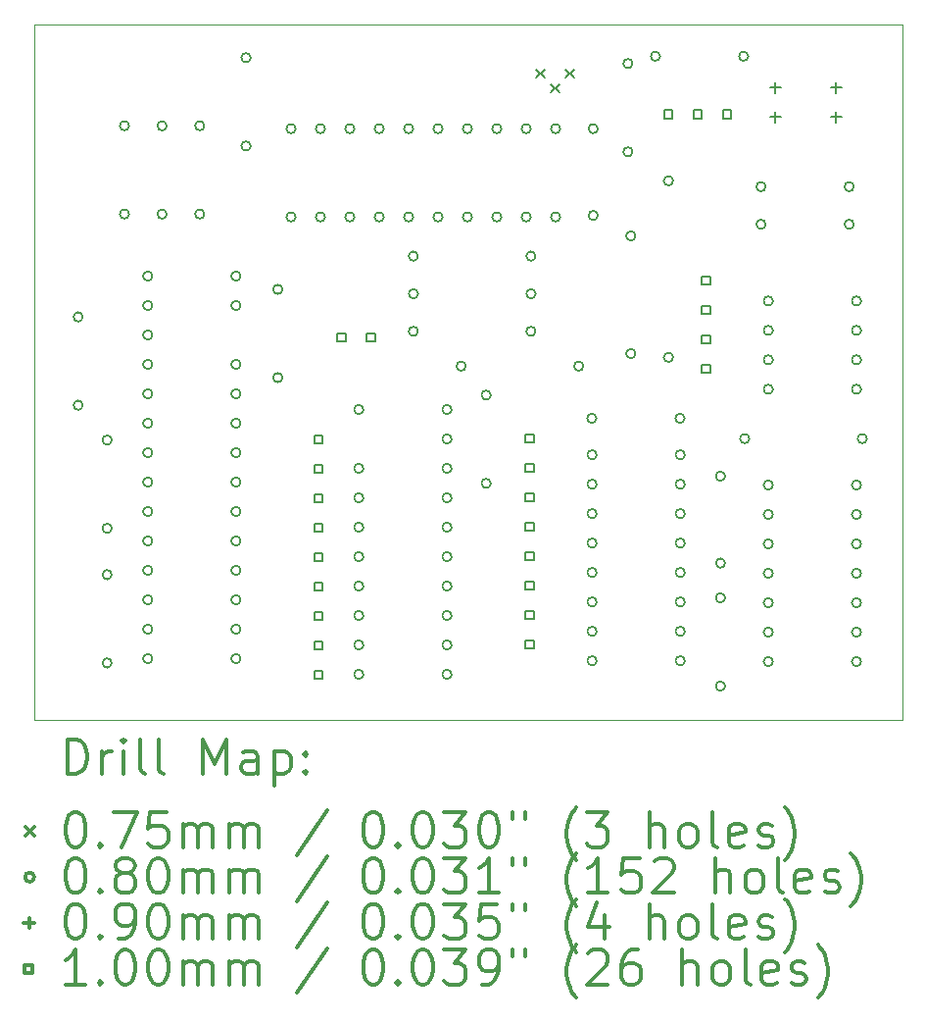
<source format=gbr>
%FSLAX45Y45*%
G04 Gerber Fmt 4.5, Leading zero omitted, Abs format (unit mm)*
G04 Created by KiCad (PCBNEW 5.1.6-c6e7f7d~87~ubuntu19.10.1) date 2020-11-03 03:18:18*
%MOMM*%
%LPD*%
G01*
G04 APERTURE LIST*
%TA.AperFunction,Profile*%
%ADD10C,0.100000*%
%TD*%
%ADD11C,0.200000*%
%ADD12C,0.300000*%
G04 APERTURE END LIST*
D10*
X12500000Y-16000000D02*
X12500000Y-10000000D01*
X5000000Y-16000000D02*
X12500000Y-16000000D01*
X5000000Y-10000000D02*
X5000000Y-16000000D01*
X5000000Y-10000000D02*
X12500000Y-10000000D01*
D11*
X9333500Y-10387500D02*
X9408500Y-10462500D01*
X9408500Y-10387500D02*
X9333500Y-10462500D01*
X9460500Y-10514500D02*
X9535500Y-10589500D01*
X9535500Y-10514500D02*
X9460500Y-10589500D01*
X9587500Y-10387500D02*
X9662500Y-10462500D01*
X9662500Y-10387500D02*
X9587500Y-10462500D01*
X7254000Y-10900000D02*
G75*
G03*
X7254000Y-10900000I-40000J0D01*
G01*
X7254000Y-11662000D02*
G75*
G03*
X7254000Y-11662000I-40000J0D01*
G01*
X7508000Y-10900000D02*
G75*
G03*
X7508000Y-10900000I-40000J0D01*
G01*
X7508000Y-11662000D02*
G75*
G03*
X7508000Y-11662000I-40000J0D01*
G01*
X7762000Y-10900000D02*
G75*
G03*
X7762000Y-10900000I-40000J0D01*
G01*
X7762000Y-11662000D02*
G75*
G03*
X7762000Y-11662000I-40000J0D01*
G01*
X8016000Y-10900000D02*
G75*
G03*
X8016000Y-10900000I-40000J0D01*
G01*
X8016000Y-11662000D02*
G75*
G03*
X8016000Y-11662000I-40000J0D01*
G01*
X8270000Y-10900000D02*
G75*
G03*
X8270000Y-10900000I-40000J0D01*
G01*
X8270000Y-11662000D02*
G75*
G03*
X8270000Y-11662000I-40000J0D01*
G01*
X8524000Y-10900000D02*
G75*
G03*
X8524000Y-10900000I-40000J0D01*
G01*
X8524000Y-11662000D02*
G75*
G03*
X8524000Y-11662000I-40000J0D01*
G01*
X8778000Y-10900000D02*
G75*
G03*
X8778000Y-10900000I-40000J0D01*
G01*
X8778000Y-11662000D02*
G75*
G03*
X8778000Y-11662000I-40000J0D01*
G01*
X9032000Y-10900000D02*
G75*
G03*
X9032000Y-10900000I-40000J0D01*
G01*
X9032000Y-11662000D02*
G75*
G03*
X9032000Y-11662000I-40000J0D01*
G01*
X9286000Y-10900000D02*
G75*
G03*
X9286000Y-10900000I-40000J0D01*
G01*
X9286000Y-11662000D02*
G75*
G03*
X9286000Y-11662000I-40000J0D01*
G01*
X9540000Y-10900000D02*
G75*
G03*
X9540000Y-10900000I-40000J0D01*
G01*
X9540000Y-11662000D02*
G75*
G03*
X9540000Y-11662000I-40000J0D01*
G01*
X8940000Y-13200000D02*
G75*
G03*
X8940000Y-13200000I-40000J0D01*
G01*
X8940000Y-13962000D02*
G75*
G03*
X8940000Y-13962000I-40000J0D01*
G01*
X7140000Y-12288000D02*
G75*
G03*
X7140000Y-12288000I-40000J0D01*
G01*
X7140000Y-13050000D02*
G75*
G03*
X7140000Y-13050000I-40000J0D01*
G01*
X8311000Y-12325000D02*
G75*
G03*
X8311000Y-12325000I-40000J0D01*
G01*
X9327000Y-12325000D02*
G75*
G03*
X9327000Y-12325000I-40000J0D01*
G01*
X10965000Y-13900000D02*
G75*
G03*
X10965000Y-13900000I-40000J0D01*
G01*
X10965000Y-14650000D02*
G75*
G03*
X10965000Y-14650000I-40000J0D01*
G01*
X5665000Y-14750000D02*
G75*
G03*
X5665000Y-14750000I-40000J0D01*
G01*
X5665000Y-15512000D02*
G75*
G03*
X5665000Y-15512000I-40000J0D01*
G01*
X5815000Y-10875000D02*
G75*
G03*
X5815000Y-10875000I-40000J0D01*
G01*
X5815000Y-11637000D02*
G75*
G03*
X5815000Y-11637000I-40000J0D01*
G01*
X9865000Y-10900000D02*
G75*
G03*
X9865000Y-10900000I-40000J0D01*
G01*
X9865000Y-11650000D02*
G75*
G03*
X9865000Y-11650000I-40000J0D01*
G01*
X6015000Y-12173000D02*
G75*
G03*
X6015000Y-12173000I-40000J0D01*
G01*
X6015000Y-12427000D02*
G75*
G03*
X6015000Y-12427000I-40000J0D01*
G01*
X6015000Y-12681000D02*
G75*
G03*
X6015000Y-12681000I-40000J0D01*
G01*
X6015000Y-12935000D02*
G75*
G03*
X6015000Y-12935000I-40000J0D01*
G01*
X6015000Y-13189000D02*
G75*
G03*
X6015000Y-13189000I-40000J0D01*
G01*
X6015000Y-13443000D02*
G75*
G03*
X6015000Y-13443000I-40000J0D01*
G01*
X6015000Y-13697000D02*
G75*
G03*
X6015000Y-13697000I-40000J0D01*
G01*
X6015000Y-13951000D02*
G75*
G03*
X6015000Y-13951000I-40000J0D01*
G01*
X6015000Y-14205000D02*
G75*
G03*
X6015000Y-14205000I-40000J0D01*
G01*
X6015000Y-14459000D02*
G75*
G03*
X6015000Y-14459000I-40000J0D01*
G01*
X6015000Y-14713000D02*
G75*
G03*
X6015000Y-14713000I-40000J0D01*
G01*
X6015000Y-14967000D02*
G75*
G03*
X6015000Y-14967000I-40000J0D01*
G01*
X6015000Y-15221000D02*
G75*
G03*
X6015000Y-15221000I-40000J0D01*
G01*
X6015000Y-15475000D02*
G75*
G03*
X6015000Y-15475000I-40000J0D01*
G01*
X6777000Y-12173000D02*
G75*
G03*
X6777000Y-12173000I-40000J0D01*
G01*
X6777000Y-12427000D02*
G75*
G03*
X6777000Y-12427000I-40000J0D01*
G01*
X6777000Y-12935000D02*
G75*
G03*
X6777000Y-12935000I-40000J0D01*
G01*
X6777000Y-13189000D02*
G75*
G03*
X6777000Y-13189000I-40000J0D01*
G01*
X6777000Y-13443000D02*
G75*
G03*
X6777000Y-13443000I-40000J0D01*
G01*
X6777000Y-13697000D02*
G75*
G03*
X6777000Y-13697000I-40000J0D01*
G01*
X6777000Y-13951000D02*
G75*
G03*
X6777000Y-13951000I-40000J0D01*
G01*
X6777000Y-14205000D02*
G75*
G03*
X6777000Y-14205000I-40000J0D01*
G01*
X6777000Y-14459000D02*
G75*
G03*
X6777000Y-14459000I-40000J0D01*
G01*
X6777000Y-14713000D02*
G75*
G03*
X6777000Y-14713000I-40000J0D01*
G01*
X6777000Y-14967000D02*
G75*
G03*
X6777000Y-14967000I-40000J0D01*
G01*
X6777000Y-15221000D02*
G75*
G03*
X6777000Y-15221000I-40000J0D01*
G01*
X6777000Y-15475000D02*
G75*
G03*
X6777000Y-15475000I-40000J0D01*
G01*
X11315000Y-11725000D02*
G75*
G03*
X11315000Y-11725000I-40000J0D01*
G01*
X12077000Y-11725000D02*
G75*
G03*
X12077000Y-11725000I-40000J0D01*
G01*
X6865000Y-10288000D02*
G75*
G03*
X6865000Y-10288000I-40000J0D01*
G01*
X6865000Y-11050000D02*
G75*
G03*
X6865000Y-11050000I-40000J0D01*
G01*
X6465000Y-10875000D02*
G75*
G03*
X6465000Y-10875000I-40000J0D01*
G01*
X6465000Y-11637000D02*
G75*
G03*
X6465000Y-11637000I-40000J0D01*
G01*
X10190000Y-11825000D02*
G75*
G03*
X10190000Y-11825000I-40000J0D01*
G01*
X10190000Y-12841000D02*
G75*
G03*
X10190000Y-12841000I-40000J0D01*
G01*
X10965000Y-14950000D02*
G75*
G03*
X10965000Y-14950000I-40000J0D01*
G01*
X10965000Y-15712000D02*
G75*
G03*
X10965000Y-15712000I-40000J0D01*
G01*
X8724000Y-12950000D02*
G75*
G03*
X8724000Y-12950000I-40000J0D01*
G01*
X9740000Y-12950000D02*
G75*
G03*
X9740000Y-12950000I-40000J0D01*
G01*
X5665000Y-13588000D02*
G75*
G03*
X5665000Y-13588000I-40000J0D01*
G01*
X5665000Y-14350000D02*
G75*
G03*
X5665000Y-14350000I-40000J0D01*
G01*
X11378000Y-13976000D02*
G75*
G03*
X11378000Y-13976000I-40000J0D01*
G01*
X11378000Y-14230000D02*
G75*
G03*
X11378000Y-14230000I-40000J0D01*
G01*
X11378000Y-14484000D02*
G75*
G03*
X11378000Y-14484000I-40000J0D01*
G01*
X11378000Y-14738000D02*
G75*
G03*
X11378000Y-14738000I-40000J0D01*
G01*
X11378000Y-14992000D02*
G75*
G03*
X11378000Y-14992000I-40000J0D01*
G01*
X11378000Y-15246000D02*
G75*
G03*
X11378000Y-15246000I-40000J0D01*
G01*
X11378000Y-15500000D02*
G75*
G03*
X11378000Y-15500000I-40000J0D01*
G01*
X12140000Y-13976000D02*
G75*
G03*
X12140000Y-13976000I-40000J0D01*
G01*
X12140000Y-14230000D02*
G75*
G03*
X12140000Y-14230000I-40000J0D01*
G01*
X12140000Y-14484000D02*
G75*
G03*
X12140000Y-14484000I-40000J0D01*
G01*
X12140000Y-14738000D02*
G75*
G03*
X12140000Y-14738000I-40000J0D01*
G01*
X12140000Y-14992000D02*
G75*
G03*
X12140000Y-14992000I-40000J0D01*
G01*
X12140000Y-15246000D02*
G75*
G03*
X12140000Y-15246000I-40000J0D01*
G01*
X12140000Y-15500000D02*
G75*
G03*
X12140000Y-15500000I-40000J0D01*
G01*
X8311000Y-12650000D02*
G75*
G03*
X8311000Y-12650000I-40000J0D01*
G01*
X9327000Y-12650000D02*
G75*
G03*
X9327000Y-12650000I-40000J0D01*
G01*
X7840000Y-13325000D02*
G75*
G03*
X7840000Y-13325000I-40000J0D01*
G01*
X7840000Y-13833000D02*
G75*
G03*
X7840000Y-13833000I-40000J0D01*
G01*
X7840000Y-14087000D02*
G75*
G03*
X7840000Y-14087000I-40000J0D01*
G01*
X7840000Y-14341000D02*
G75*
G03*
X7840000Y-14341000I-40000J0D01*
G01*
X7840000Y-14595000D02*
G75*
G03*
X7840000Y-14595000I-40000J0D01*
G01*
X7840000Y-14849000D02*
G75*
G03*
X7840000Y-14849000I-40000J0D01*
G01*
X7840000Y-15103000D02*
G75*
G03*
X7840000Y-15103000I-40000J0D01*
G01*
X7840000Y-15357000D02*
G75*
G03*
X7840000Y-15357000I-40000J0D01*
G01*
X7840000Y-15611000D02*
G75*
G03*
X7840000Y-15611000I-40000J0D01*
G01*
X8602000Y-13325000D02*
G75*
G03*
X8602000Y-13325000I-40000J0D01*
G01*
X8602000Y-13579000D02*
G75*
G03*
X8602000Y-13579000I-40000J0D01*
G01*
X8602000Y-13833000D02*
G75*
G03*
X8602000Y-13833000I-40000J0D01*
G01*
X8602000Y-14087000D02*
G75*
G03*
X8602000Y-14087000I-40000J0D01*
G01*
X8602000Y-14341000D02*
G75*
G03*
X8602000Y-14341000I-40000J0D01*
G01*
X8602000Y-14595000D02*
G75*
G03*
X8602000Y-14595000I-40000J0D01*
G01*
X8602000Y-14849000D02*
G75*
G03*
X8602000Y-14849000I-40000J0D01*
G01*
X8602000Y-15103000D02*
G75*
G03*
X8602000Y-15103000I-40000J0D01*
G01*
X8602000Y-15357000D02*
G75*
G03*
X8602000Y-15357000I-40000J0D01*
G01*
X8602000Y-15611000D02*
G75*
G03*
X8602000Y-15611000I-40000J0D01*
G01*
X11315000Y-11400000D02*
G75*
G03*
X11315000Y-11400000I-40000J0D01*
G01*
X12077000Y-11400000D02*
G75*
G03*
X12077000Y-11400000I-40000J0D01*
G01*
X6140000Y-10875000D02*
G75*
G03*
X6140000Y-10875000I-40000J0D01*
G01*
X6140000Y-11637000D02*
G75*
G03*
X6140000Y-11637000I-40000J0D01*
G01*
X11174000Y-13575000D02*
G75*
G03*
X11174000Y-13575000I-40000J0D01*
G01*
X12190000Y-13575000D02*
G75*
G03*
X12190000Y-13575000I-40000J0D01*
G01*
X8311000Y-12000000D02*
G75*
G03*
X8311000Y-12000000I-40000J0D01*
G01*
X9327000Y-12000000D02*
G75*
G03*
X9327000Y-12000000I-40000J0D01*
G01*
X5415000Y-12525000D02*
G75*
G03*
X5415000Y-12525000I-40000J0D01*
G01*
X5415000Y-13287000D02*
G75*
G03*
X5415000Y-13287000I-40000J0D01*
G01*
X11378000Y-12388000D02*
G75*
G03*
X11378000Y-12388000I-40000J0D01*
G01*
X11378000Y-12642000D02*
G75*
G03*
X11378000Y-12642000I-40000J0D01*
G01*
X11378000Y-12896000D02*
G75*
G03*
X11378000Y-12896000I-40000J0D01*
G01*
X11378000Y-13150000D02*
G75*
G03*
X11378000Y-13150000I-40000J0D01*
G01*
X12140000Y-12388000D02*
G75*
G03*
X12140000Y-12388000I-40000J0D01*
G01*
X12140000Y-12642000D02*
G75*
G03*
X12140000Y-12642000I-40000J0D01*
G01*
X12140000Y-12896000D02*
G75*
G03*
X12140000Y-12896000I-40000J0D01*
G01*
X12140000Y-13150000D02*
G75*
G03*
X12140000Y-13150000I-40000J0D01*
G01*
X10165000Y-10338000D02*
G75*
G03*
X10165000Y-10338000I-40000J0D01*
G01*
X10165000Y-11100000D02*
G75*
G03*
X10165000Y-11100000I-40000J0D01*
G01*
X9855000Y-13715000D02*
G75*
G03*
X9855000Y-13715000I-40000J0D01*
G01*
X9855000Y-13969000D02*
G75*
G03*
X9855000Y-13969000I-40000J0D01*
G01*
X9855000Y-14223000D02*
G75*
G03*
X9855000Y-14223000I-40000J0D01*
G01*
X9855000Y-14477000D02*
G75*
G03*
X9855000Y-14477000I-40000J0D01*
G01*
X9855000Y-14731000D02*
G75*
G03*
X9855000Y-14731000I-40000J0D01*
G01*
X9855000Y-14985000D02*
G75*
G03*
X9855000Y-14985000I-40000J0D01*
G01*
X9855000Y-15239000D02*
G75*
G03*
X9855000Y-15239000I-40000J0D01*
G01*
X9855000Y-15493000D02*
G75*
G03*
X9855000Y-15493000I-40000J0D01*
G01*
X10617000Y-13715000D02*
G75*
G03*
X10617000Y-13715000I-40000J0D01*
G01*
X10617000Y-13969000D02*
G75*
G03*
X10617000Y-13969000I-40000J0D01*
G01*
X10617000Y-14223000D02*
G75*
G03*
X10617000Y-14223000I-40000J0D01*
G01*
X10617000Y-14477000D02*
G75*
G03*
X10617000Y-14477000I-40000J0D01*
G01*
X10617000Y-14731000D02*
G75*
G03*
X10617000Y-14731000I-40000J0D01*
G01*
X10617000Y-14985000D02*
G75*
G03*
X10617000Y-14985000I-40000J0D01*
G01*
X10617000Y-15239000D02*
G75*
G03*
X10617000Y-15239000I-40000J0D01*
G01*
X10617000Y-15493000D02*
G75*
G03*
X10617000Y-15493000I-40000J0D01*
G01*
X9853000Y-13400000D02*
G75*
G03*
X9853000Y-13400000I-40000J0D01*
G01*
X10615000Y-13400000D02*
G75*
G03*
X10615000Y-13400000I-40000J0D01*
G01*
X10403000Y-10275000D02*
G75*
G03*
X10403000Y-10275000I-40000J0D01*
G01*
X11165000Y-10275000D02*
G75*
G03*
X11165000Y-10275000I-40000J0D01*
G01*
X10515000Y-11350000D02*
G75*
G03*
X10515000Y-11350000I-40000J0D01*
G01*
X10515000Y-12874000D02*
G75*
G03*
X10515000Y-12874000I-40000J0D01*
G01*
X11400000Y-10501000D02*
X11400000Y-10591000D01*
X11355000Y-10546000D02*
X11445000Y-10546000D01*
X11400000Y-10755000D02*
X11400000Y-10845000D01*
X11355000Y-10800000D02*
X11445000Y-10800000D01*
X11925000Y-10501000D02*
X11925000Y-10591000D01*
X11880000Y-10546000D02*
X11970000Y-10546000D01*
X11925000Y-10755000D02*
X11925000Y-10845000D01*
X11880000Y-10800000D02*
X11970000Y-10800000D01*
X9310356Y-13611356D02*
X9310356Y-13540644D01*
X9239644Y-13540644D01*
X9239644Y-13611356D01*
X9310356Y-13611356D01*
X9310356Y-13865356D02*
X9310356Y-13794644D01*
X9239644Y-13794644D01*
X9239644Y-13865356D01*
X9310356Y-13865356D01*
X9310356Y-14119356D02*
X9310356Y-14048644D01*
X9239644Y-14048644D01*
X9239644Y-14119356D01*
X9310356Y-14119356D01*
X9310356Y-14373356D02*
X9310356Y-14302644D01*
X9239644Y-14302644D01*
X9239644Y-14373356D01*
X9310356Y-14373356D01*
X9310356Y-14627356D02*
X9310356Y-14556644D01*
X9239644Y-14556644D01*
X9239644Y-14627356D01*
X9310356Y-14627356D01*
X9310356Y-14881356D02*
X9310356Y-14810644D01*
X9239644Y-14810644D01*
X9239644Y-14881356D01*
X9310356Y-14881356D01*
X9310356Y-15135356D02*
X9310356Y-15064644D01*
X9239644Y-15064644D01*
X9239644Y-15135356D01*
X9310356Y-15135356D01*
X9310356Y-15389356D02*
X9310356Y-15318644D01*
X9239644Y-15318644D01*
X9239644Y-15389356D01*
X9310356Y-15389356D01*
X7485356Y-13615356D02*
X7485356Y-13544644D01*
X7414644Y-13544644D01*
X7414644Y-13615356D01*
X7485356Y-13615356D01*
X7485356Y-13869356D02*
X7485356Y-13798644D01*
X7414644Y-13798644D01*
X7414644Y-13869356D01*
X7485356Y-13869356D01*
X7485356Y-14123356D02*
X7485356Y-14052644D01*
X7414644Y-14052644D01*
X7414644Y-14123356D01*
X7485356Y-14123356D01*
X7485356Y-14377356D02*
X7485356Y-14306644D01*
X7414644Y-14306644D01*
X7414644Y-14377356D01*
X7485356Y-14377356D01*
X7485356Y-14631356D02*
X7485356Y-14560644D01*
X7414644Y-14560644D01*
X7414644Y-14631356D01*
X7485356Y-14631356D01*
X7485356Y-14885356D02*
X7485356Y-14814644D01*
X7414644Y-14814644D01*
X7414644Y-14885356D01*
X7485356Y-14885356D01*
X7485356Y-15139356D02*
X7485356Y-15068644D01*
X7414644Y-15068644D01*
X7414644Y-15139356D01*
X7485356Y-15139356D01*
X7485356Y-15393356D02*
X7485356Y-15322644D01*
X7414644Y-15322644D01*
X7414644Y-15393356D01*
X7485356Y-15393356D01*
X7485356Y-15647356D02*
X7485356Y-15576644D01*
X7414644Y-15576644D01*
X7414644Y-15647356D01*
X7485356Y-15647356D01*
X7685356Y-12735356D02*
X7685356Y-12664644D01*
X7614644Y-12664644D01*
X7614644Y-12735356D01*
X7685356Y-12735356D01*
X7939356Y-12735356D02*
X7939356Y-12664644D01*
X7868644Y-12664644D01*
X7868644Y-12735356D01*
X7939356Y-12735356D01*
X10510356Y-10810356D02*
X10510356Y-10739644D01*
X10439644Y-10739644D01*
X10439644Y-10810356D01*
X10510356Y-10810356D01*
X10764356Y-10810356D02*
X10764356Y-10739644D01*
X10693644Y-10739644D01*
X10693644Y-10810356D01*
X10764356Y-10810356D01*
X11018356Y-10810356D02*
X11018356Y-10739644D01*
X10947644Y-10739644D01*
X10947644Y-10810356D01*
X11018356Y-10810356D01*
X10835356Y-12248356D02*
X10835356Y-12177644D01*
X10764644Y-12177644D01*
X10764644Y-12248356D01*
X10835356Y-12248356D01*
X10835356Y-12502356D02*
X10835356Y-12431644D01*
X10764644Y-12431644D01*
X10764644Y-12502356D01*
X10835356Y-12502356D01*
X10835356Y-12756356D02*
X10835356Y-12685644D01*
X10764644Y-12685644D01*
X10764644Y-12756356D01*
X10835356Y-12756356D01*
X10835356Y-13010356D02*
X10835356Y-12939644D01*
X10764644Y-12939644D01*
X10764644Y-13010356D01*
X10835356Y-13010356D01*
D12*
X5281428Y-16470714D02*
X5281428Y-16170714D01*
X5352857Y-16170714D01*
X5395714Y-16185000D01*
X5424286Y-16213571D01*
X5438571Y-16242143D01*
X5452857Y-16299286D01*
X5452857Y-16342143D01*
X5438571Y-16399286D01*
X5424286Y-16427857D01*
X5395714Y-16456429D01*
X5352857Y-16470714D01*
X5281428Y-16470714D01*
X5581428Y-16470714D02*
X5581428Y-16270714D01*
X5581428Y-16327857D02*
X5595714Y-16299286D01*
X5610000Y-16285000D01*
X5638571Y-16270714D01*
X5667143Y-16270714D01*
X5767143Y-16470714D02*
X5767143Y-16270714D01*
X5767143Y-16170714D02*
X5752857Y-16185000D01*
X5767143Y-16199286D01*
X5781428Y-16185000D01*
X5767143Y-16170714D01*
X5767143Y-16199286D01*
X5952857Y-16470714D02*
X5924286Y-16456429D01*
X5910000Y-16427857D01*
X5910000Y-16170714D01*
X6110000Y-16470714D02*
X6081428Y-16456429D01*
X6067143Y-16427857D01*
X6067143Y-16170714D01*
X6452857Y-16470714D02*
X6452857Y-16170714D01*
X6552857Y-16385000D01*
X6652857Y-16170714D01*
X6652857Y-16470714D01*
X6924286Y-16470714D02*
X6924286Y-16313571D01*
X6910000Y-16285000D01*
X6881428Y-16270714D01*
X6824286Y-16270714D01*
X6795714Y-16285000D01*
X6924286Y-16456429D02*
X6895714Y-16470714D01*
X6824286Y-16470714D01*
X6795714Y-16456429D01*
X6781428Y-16427857D01*
X6781428Y-16399286D01*
X6795714Y-16370714D01*
X6824286Y-16356429D01*
X6895714Y-16356429D01*
X6924286Y-16342143D01*
X7067143Y-16270714D02*
X7067143Y-16570714D01*
X7067143Y-16285000D02*
X7095714Y-16270714D01*
X7152857Y-16270714D01*
X7181428Y-16285000D01*
X7195714Y-16299286D01*
X7210000Y-16327857D01*
X7210000Y-16413571D01*
X7195714Y-16442143D01*
X7181428Y-16456429D01*
X7152857Y-16470714D01*
X7095714Y-16470714D01*
X7067143Y-16456429D01*
X7338571Y-16442143D02*
X7352857Y-16456429D01*
X7338571Y-16470714D01*
X7324286Y-16456429D01*
X7338571Y-16442143D01*
X7338571Y-16470714D01*
X7338571Y-16285000D02*
X7352857Y-16299286D01*
X7338571Y-16313571D01*
X7324286Y-16299286D01*
X7338571Y-16285000D01*
X7338571Y-16313571D01*
X4920000Y-16927500D02*
X4995000Y-17002500D01*
X4995000Y-16927500D02*
X4920000Y-17002500D01*
X5338571Y-16800714D02*
X5367143Y-16800714D01*
X5395714Y-16815000D01*
X5410000Y-16829286D01*
X5424286Y-16857857D01*
X5438571Y-16915000D01*
X5438571Y-16986429D01*
X5424286Y-17043572D01*
X5410000Y-17072143D01*
X5395714Y-17086429D01*
X5367143Y-17100714D01*
X5338571Y-17100714D01*
X5310000Y-17086429D01*
X5295714Y-17072143D01*
X5281428Y-17043572D01*
X5267143Y-16986429D01*
X5267143Y-16915000D01*
X5281428Y-16857857D01*
X5295714Y-16829286D01*
X5310000Y-16815000D01*
X5338571Y-16800714D01*
X5567143Y-17072143D02*
X5581428Y-17086429D01*
X5567143Y-17100714D01*
X5552857Y-17086429D01*
X5567143Y-17072143D01*
X5567143Y-17100714D01*
X5681428Y-16800714D02*
X5881428Y-16800714D01*
X5752857Y-17100714D01*
X6138571Y-16800714D02*
X5995714Y-16800714D01*
X5981428Y-16943572D01*
X5995714Y-16929286D01*
X6024286Y-16915000D01*
X6095714Y-16915000D01*
X6124286Y-16929286D01*
X6138571Y-16943572D01*
X6152857Y-16972143D01*
X6152857Y-17043572D01*
X6138571Y-17072143D01*
X6124286Y-17086429D01*
X6095714Y-17100714D01*
X6024286Y-17100714D01*
X5995714Y-17086429D01*
X5981428Y-17072143D01*
X6281428Y-17100714D02*
X6281428Y-16900714D01*
X6281428Y-16929286D02*
X6295714Y-16915000D01*
X6324286Y-16900714D01*
X6367143Y-16900714D01*
X6395714Y-16915000D01*
X6410000Y-16943572D01*
X6410000Y-17100714D01*
X6410000Y-16943572D02*
X6424286Y-16915000D01*
X6452857Y-16900714D01*
X6495714Y-16900714D01*
X6524286Y-16915000D01*
X6538571Y-16943572D01*
X6538571Y-17100714D01*
X6681428Y-17100714D02*
X6681428Y-16900714D01*
X6681428Y-16929286D02*
X6695714Y-16915000D01*
X6724286Y-16900714D01*
X6767143Y-16900714D01*
X6795714Y-16915000D01*
X6810000Y-16943572D01*
X6810000Y-17100714D01*
X6810000Y-16943572D02*
X6824286Y-16915000D01*
X6852857Y-16900714D01*
X6895714Y-16900714D01*
X6924286Y-16915000D01*
X6938571Y-16943572D01*
X6938571Y-17100714D01*
X7524286Y-16786429D02*
X7267143Y-17172143D01*
X7910000Y-16800714D02*
X7938571Y-16800714D01*
X7967143Y-16815000D01*
X7981428Y-16829286D01*
X7995714Y-16857857D01*
X8010000Y-16915000D01*
X8010000Y-16986429D01*
X7995714Y-17043572D01*
X7981428Y-17072143D01*
X7967143Y-17086429D01*
X7938571Y-17100714D01*
X7910000Y-17100714D01*
X7881428Y-17086429D01*
X7867143Y-17072143D01*
X7852857Y-17043572D01*
X7838571Y-16986429D01*
X7838571Y-16915000D01*
X7852857Y-16857857D01*
X7867143Y-16829286D01*
X7881428Y-16815000D01*
X7910000Y-16800714D01*
X8138571Y-17072143D02*
X8152857Y-17086429D01*
X8138571Y-17100714D01*
X8124286Y-17086429D01*
X8138571Y-17072143D01*
X8138571Y-17100714D01*
X8338571Y-16800714D02*
X8367143Y-16800714D01*
X8395714Y-16815000D01*
X8410000Y-16829286D01*
X8424286Y-16857857D01*
X8438571Y-16915000D01*
X8438571Y-16986429D01*
X8424286Y-17043572D01*
X8410000Y-17072143D01*
X8395714Y-17086429D01*
X8367143Y-17100714D01*
X8338571Y-17100714D01*
X8310000Y-17086429D01*
X8295714Y-17072143D01*
X8281428Y-17043572D01*
X8267143Y-16986429D01*
X8267143Y-16915000D01*
X8281428Y-16857857D01*
X8295714Y-16829286D01*
X8310000Y-16815000D01*
X8338571Y-16800714D01*
X8538571Y-16800714D02*
X8724286Y-16800714D01*
X8624286Y-16915000D01*
X8667143Y-16915000D01*
X8695714Y-16929286D01*
X8710000Y-16943572D01*
X8724286Y-16972143D01*
X8724286Y-17043572D01*
X8710000Y-17072143D01*
X8695714Y-17086429D01*
X8667143Y-17100714D01*
X8581428Y-17100714D01*
X8552857Y-17086429D01*
X8538571Y-17072143D01*
X8910000Y-16800714D02*
X8938571Y-16800714D01*
X8967143Y-16815000D01*
X8981428Y-16829286D01*
X8995714Y-16857857D01*
X9010000Y-16915000D01*
X9010000Y-16986429D01*
X8995714Y-17043572D01*
X8981428Y-17072143D01*
X8967143Y-17086429D01*
X8938571Y-17100714D01*
X8910000Y-17100714D01*
X8881428Y-17086429D01*
X8867143Y-17072143D01*
X8852857Y-17043572D01*
X8838571Y-16986429D01*
X8838571Y-16915000D01*
X8852857Y-16857857D01*
X8867143Y-16829286D01*
X8881428Y-16815000D01*
X8910000Y-16800714D01*
X9124286Y-16800714D02*
X9124286Y-16857857D01*
X9238571Y-16800714D02*
X9238571Y-16857857D01*
X9681428Y-17215000D02*
X9667143Y-17200714D01*
X9638571Y-17157857D01*
X9624286Y-17129286D01*
X9610000Y-17086429D01*
X9595714Y-17015000D01*
X9595714Y-16957857D01*
X9610000Y-16886429D01*
X9624286Y-16843572D01*
X9638571Y-16815000D01*
X9667143Y-16772143D01*
X9681428Y-16757857D01*
X9767143Y-16800714D02*
X9952857Y-16800714D01*
X9852857Y-16915000D01*
X9895714Y-16915000D01*
X9924286Y-16929286D01*
X9938571Y-16943572D01*
X9952857Y-16972143D01*
X9952857Y-17043572D01*
X9938571Y-17072143D01*
X9924286Y-17086429D01*
X9895714Y-17100714D01*
X9810000Y-17100714D01*
X9781428Y-17086429D01*
X9767143Y-17072143D01*
X10310000Y-17100714D02*
X10310000Y-16800714D01*
X10438571Y-17100714D02*
X10438571Y-16943572D01*
X10424286Y-16915000D01*
X10395714Y-16900714D01*
X10352857Y-16900714D01*
X10324286Y-16915000D01*
X10310000Y-16929286D01*
X10624286Y-17100714D02*
X10595714Y-17086429D01*
X10581428Y-17072143D01*
X10567143Y-17043572D01*
X10567143Y-16957857D01*
X10581428Y-16929286D01*
X10595714Y-16915000D01*
X10624286Y-16900714D01*
X10667143Y-16900714D01*
X10695714Y-16915000D01*
X10710000Y-16929286D01*
X10724286Y-16957857D01*
X10724286Y-17043572D01*
X10710000Y-17072143D01*
X10695714Y-17086429D01*
X10667143Y-17100714D01*
X10624286Y-17100714D01*
X10895714Y-17100714D02*
X10867143Y-17086429D01*
X10852857Y-17057857D01*
X10852857Y-16800714D01*
X11124286Y-17086429D02*
X11095714Y-17100714D01*
X11038571Y-17100714D01*
X11010000Y-17086429D01*
X10995714Y-17057857D01*
X10995714Y-16943572D01*
X11010000Y-16915000D01*
X11038571Y-16900714D01*
X11095714Y-16900714D01*
X11124286Y-16915000D01*
X11138571Y-16943572D01*
X11138571Y-16972143D01*
X10995714Y-17000714D01*
X11252857Y-17086429D02*
X11281428Y-17100714D01*
X11338571Y-17100714D01*
X11367143Y-17086429D01*
X11381428Y-17057857D01*
X11381428Y-17043572D01*
X11367143Y-17015000D01*
X11338571Y-17000714D01*
X11295714Y-17000714D01*
X11267143Y-16986429D01*
X11252857Y-16957857D01*
X11252857Y-16943572D01*
X11267143Y-16915000D01*
X11295714Y-16900714D01*
X11338571Y-16900714D01*
X11367143Y-16915000D01*
X11481428Y-17215000D02*
X11495714Y-17200714D01*
X11524286Y-17157857D01*
X11538571Y-17129286D01*
X11552857Y-17086429D01*
X11567143Y-17015000D01*
X11567143Y-16957857D01*
X11552857Y-16886429D01*
X11538571Y-16843572D01*
X11524286Y-16815000D01*
X11495714Y-16772143D01*
X11481428Y-16757857D01*
X4995000Y-17361000D02*
G75*
G03*
X4995000Y-17361000I-40000J0D01*
G01*
X5338571Y-17196714D02*
X5367143Y-17196714D01*
X5395714Y-17211000D01*
X5410000Y-17225286D01*
X5424286Y-17253857D01*
X5438571Y-17311000D01*
X5438571Y-17382429D01*
X5424286Y-17439572D01*
X5410000Y-17468143D01*
X5395714Y-17482429D01*
X5367143Y-17496714D01*
X5338571Y-17496714D01*
X5310000Y-17482429D01*
X5295714Y-17468143D01*
X5281428Y-17439572D01*
X5267143Y-17382429D01*
X5267143Y-17311000D01*
X5281428Y-17253857D01*
X5295714Y-17225286D01*
X5310000Y-17211000D01*
X5338571Y-17196714D01*
X5567143Y-17468143D02*
X5581428Y-17482429D01*
X5567143Y-17496714D01*
X5552857Y-17482429D01*
X5567143Y-17468143D01*
X5567143Y-17496714D01*
X5752857Y-17325286D02*
X5724286Y-17311000D01*
X5710000Y-17296714D01*
X5695714Y-17268143D01*
X5695714Y-17253857D01*
X5710000Y-17225286D01*
X5724286Y-17211000D01*
X5752857Y-17196714D01*
X5810000Y-17196714D01*
X5838571Y-17211000D01*
X5852857Y-17225286D01*
X5867143Y-17253857D01*
X5867143Y-17268143D01*
X5852857Y-17296714D01*
X5838571Y-17311000D01*
X5810000Y-17325286D01*
X5752857Y-17325286D01*
X5724286Y-17339572D01*
X5710000Y-17353857D01*
X5695714Y-17382429D01*
X5695714Y-17439572D01*
X5710000Y-17468143D01*
X5724286Y-17482429D01*
X5752857Y-17496714D01*
X5810000Y-17496714D01*
X5838571Y-17482429D01*
X5852857Y-17468143D01*
X5867143Y-17439572D01*
X5867143Y-17382429D01*
X5852857Y-17353857D01*
X5838571Y-17339572D01*
X5810000Y-17325286D01*
X6052857Y-17196714D02*
X6081428Y-17196714D01*
X6110000Y-17211000D01*
X6124286Y-17225286D01*
X6138571Y-17253857D01*
X6152857Y-17311000D01*
X6152857Y-17382429D01*
X6138571Y-17439572D01*
X6124286Y-17468143D01*
X6110000Y-17482429D01*
X6081428Y-17496714D01*
X6052857Y-17496714D01*
X6024286Y-17482429D01*
X6010000Y-17468143D01*
X5995714Y-17439572D01*
X5981428Y-17382429D01*
X5981428Y-17311000D01*
X5995714Y-17253857D01*
X6010000Y-17225286D01*
X6024286Y-17211000D01*
X6052857Y-17196714D01*
X6281428Y-17496714D02*
X6281428Y-17296714D01*
X6281428Y-17325286D02*
X6295714Y-17311000D01*
X6324286Y-17296714D01*
X6367143Y-17296714D01*
X6395714Y-17311000D01*
X6410000Y-17339572D01*
X6410000Y-17496714D01*
X6410000Y-17339572D02*
X6424286Y-17311000D01*
X6452857Y-17296714D01*
X6495714Y-17296714D01*
X6524286Y-17311000D01*
X6538571Y-17339572D01*
X6538571Y-17496714D01*
X6681428Y-17496714D02*
X6681428Y-17296714D01*
X6681428Y-17325286D02*
X6695714Y-17311000D01*
X6724286Y-17296714D01*
X6767143Y-17296714D01*
X6795714Y-17311000D01*
X6810000Y-17339572D01*
X6810000Y-17496714D01*
X6810000Y-17339572D02*
X6824286Y-17311000D01*
X6852857Y-17296714D01*
X6895714Y-17296714D01*
X6924286Y-17311000D01*
X6938571Y-17339572D01*
X6938571Y-17496714D01*
X7524286Y-17182429D02*
X7267143Y-17568143D01*
X7910000Y-17196714D02*
X7938571Y-17196714D01*
X7967143Y-17211000D01*
X7981428Y-17225286D01*
X7995714Y-17253857D01*
X8010000Y-17311000D01*
X8010000Y-17382429D01*
X7995714Y-17439572D01*
X7981428Y-17468143D01*
X7967143Y-17482429D01*
X7938571Y-17496714D01*
X7910000Y-17496714D01*
X7881428Y-17482429D01*
X7867143Y-17468143D01*
X7852857Y-17439572D01*
X7838571Y-17382429D01*
X7838571Y-17311000D01*
X7852857Y-17253857D01*
X7867143Y-17225286D01*
X7881428Y-17211000D01*
X7910000Y-17196714D01*
X8138571Y-17468143D02*
X8152857Y-17482429D01*
X8138571Y-17496714D01*
X8124286Y-17482429D01*
X8138571Y-17468143D01*
X8138571Y-17496714D01*
X8338571Y-17196714D02*
X8367143Y-17196714D01*
X8395714Y-17211000D01*
X8410000Y-17225286D01*
X8424286Y-17253857D01*
X8438571Y-17311000D01*
X8438571Y-17382429D01*
X8424286Y-17439572D01*
X8410000Y-17468143D01*
X8395714Y-17482429D01*
X8367143Y-17496714D01*
X8338571Y-17496714D01*
X8310000Y-17482429D01*
X8295714Y-17468143D01*
X8281428Y-17439572D01*
X8267143Y-17382429D01*
X8267143Y-17311000D01*
X8281428Y-17253857D01*
X8295714Y-17225286D01*
X8310000Y-17211000D01*
X8338571Y-17196714D01*
X8538571Y-17196714D02*
X8724286Y-17196714D01*
X8624286Y-17311000D01*
X8667143Y-17311000D01*
X8695714Y-17325286D01*
X8710000Y-17339572D01*
X8724286Y-17368143D01*
X8724286Y-17439572D01*
X8710000Y-17468143D01*
X8695714Y-17482429D01*
X8667143Y-17496714D01*
X8581428Y-17496714D01*
X8552857Y-17482429D01*
X8538571Y-17468143D01*
X9010000Y-17496714D02*
X8838571Y-17496714D01*
X8924286Y-17496714D02*
X8924286Y-17196714D01*
X8895714Y-17239572D01*
X8867143Y-17268143D01*
X8838571Y-17282429D01*
X9124286Y-17196714D02*
X9124286Y-17253857D01*
X9238571Y-17196714D02*
X9238571Y-17253857D01*
X9681428Y-17611000D02*
X9667143Y-17596714D01*
X9638571Y-17553857D01*
X9624286Y-17525286D01*
X9610000Y-17482429D01*
X9595714Y-17411000D01*
X9595714Y-17353857D01*
X9610000Y-17282429D01*
X9624286Y-17239572D01*
X9638571Y-17211000D01*
X9667143Y-17168143D01*
X9681428Y-17153857D01*
X9952857Y-17496714D02*
X9781428Y-17496714D01*
X9867143Y-17496714D02*
X9867143Y-17196714D01*
X9838571Y-17239572D01*
X9810000Y-17268143D01*
X9781428Y-17282429D01*
X10224286Y-17196714D02*
X10081428Y-17196714D01*
X10067143Y-17339572D01*
X10081428Y-17325286D01*
X10110000Y-17311000D01*
X10181428Y-17311000D01*
X10210000Y-17325286D01*
X10224286Y-17339572D01*
X10238571Y-17368143D01*
X10238571Y-17439572D01*
X10224286Y-17468143D01*
X10210000Y-17482429D01*
X10181428Y-17496714D01*
X10110000Y-17496714D01*
X10081428Y-17482429D01*
X10067143Y-17468143D01*
X10352857Y-17225286D02*
X10367143Y-17211000D01*
X10395714Y-17196714D01*
X10467143Y-17196714D01*
X10495714Y-17211000D01*
X10510000Y-17225286D01*
X10524286Y-17253857D01*
X10524286Y-17282429D01*
X10510000Y-17325286D01*
X10338571Y-17496714D01*
X10524286Y-17496714D01*
X10881428Y-17496714D02*
X10881428Y-17196714D01*
X11010000Y-17496714D02*
X11010000Y-17339572D01*
X10995714Y-17311000D01*
X10967143Y-17296714D01*
X10924286Y-17296714D01*
X10895714Y-17311000D01*
X10881428Y-17325286D01*
X11195714Y-17496714D02*
X11167143Y-17482429D01*
X11152857Y-17468143D01*
X11138571Y-17439572D01*
X11138571Y-17353857D01*
X11152857Y-17325286D01*
X11167143Y-17311000D01*
X11195714Y-17296714D01*
X11238571Y-17296714D01*
X11267143Y-17311000D01*
X11281428Y-17325286D01*
X11295714Y-17353857D01*
X11295714Y-17439572D01*
X11281428Y-17468143D01*
X11267143Y-17482429D01*
X11238571Y-17496714D01*
X11195714Y-17496714D01*
X11467143Y-17496714D02*
X11438571Y-17482429D01*
X11424286Y-17453857D01*
X11424286Y-17196714D01*
X11695714Y-17482429D02*
X11667143Y-17496714D01*
X11610000Y-17496714D01*
X11581428Y-17482429D01*
X11567143Y-17453857D01*
X11567143Y-17339572D01*
X11581428Y-17311000D01*
X11610000Y-17296714D01*
X11667143Y-17296714D01*
X11695714Y-17311000D01*
X11710000Y-17339572D01*
X11710000Y-17368143D01*
X11567143Y-17396714D01*
X11824286Y-17482429D02*
X11852857Y-17496714D01*
X11910000Y-17496714D01*
X11938571Y-17482429D01*
X11952857Y-17453857D01*
X11952857Y-17439572D01*
X11938571Y-17411000D01*
X11910000Y-17396714D01*
X11867143Y-17396714D01*
X11838571Y-17382429D01*
X11824286Y-17353857D01*
X11824286Y-17339572D01*
X11838571Y-17311000D01*
X11867143Y-17296714D01*
X11910000Y-17296714D01*
X11938571Y-17311000D01*
X12052857Y-17611000D02*
X12067143Y-17596714D01*
X12095714Y-17553857D01*
X12110000Y-17525286D01*
X12124286Y-17482429D01*
X12138571Y-17411000D01*
X12138571Y-17353857D01*
X12124286Y-17282429D01*
X12110000Y-17239572D01*
X12095714Y-17211000D01*
X12067143Y-17168143D01*
X12052857Y-17153857D01*
X4950000Y-17712000D02*
X4950000Y-17802000D01*
X4905000Y-17757000D02*
X4995000Y-17757000D01*
X5338571Y-17592714D02*
X5367143Y-17592714D01*
X5395714Y-17607000D01*
X5410000Y-17621286D01*
X5424286Y-17649857D01*
X5438571Y-17707000D01*
X5438571Y-17778429D01*
X5424286Y-17835572D01*
X5410000Y-17864143D01*
X5395714Y-17878429D01*
X5367143Y-17892714D01*
X5338571Y-17892714D01*
X5310000Y-17878429D01*
X5295714Y-17864143D01*
X5281428Y-17835572D01*
X5267143Y-17778429D01*
X5267143Y-17707000D01*
X5281428Y-17649857D01*
X5295714Y-17621286D01*
X5310000Y-17607000D01*
X5338571Y-17592714D01*
X5567143Y-17864143D02*
X5581428Y-17878429D01*
X5567143Y-17892714D01*
X5552857Y-17878429D01*
X5567143Y-17864143D01*
X5567143Y-17892714D01*
X5724286Y-17892714D02*
X5781428Y-17892714D01*
X5810000Y-17878429D01*
X5824286Y-17864143D01*
X5852857Y-17821286D01*
X5867143Y-17764143D01*
X5867143Y-17649857D01*
X5852857Y-17621286D01*
X5838571Y-17607000D01*
X5810000Y-17592714D01*
X5752857Y-17592714D01*
X5724286Y-17607000D01*
X5710000Y-17621286D01*
X5695714Y-17649857D01*
X5695714Y-17721286D01*
X5710000Y-17749857D01*
X5724286Y-17764143D01*
X5752857Y-17778429D01*
X5810000Y-17778429D01*
X5838571Y-17764143D01*
X5852857Y-17749857D01*
X5867143Y-17721286D01*
X6052857Y-17592714D02*
X6081428Y-17592714D01*
X6110000Y-17607000D01*
X6124286Y-17621286D01*
X6138571Y-17649857D01*
X6152857Y-17707000D01*
X6152857Y-17778429D01*
X6138571Y-17835572D01*
X6124286Y-17864143D01*
X6110000Y-17878429D01*
X6081428Y-17892714D01*
X6052857Y-17892714D01*
X6024286Y-17878429D01*
X6010000Y-17864143D01*
X5995714Y-17835572D01*
X5981428Y-17778429D01*
X5981428Y-17707000D01*
X5995714Y-17649857D01*
X6010000Y-17621286D01*
X6024286Y-17607000D01*
X6052857Y-17592714D01*
X6281428Y-17892714D02*
X6281428Y-17692714D01*
X6281428Y-17721286D02*
X6295714Y-17707000D01*
X6324286Y-17692714D01*
X6367143Y-17692714D01*
X6395714Y-17707000D01*
X6410000Y-17735572D01*
X6410000Y-17892714D01*
X6410000Y-17735572D02*
X6424286Y-17707000D01*
X6452857Y-17692714D01*
X6495714Y-17692714D01*
X6524286Y-17707000D01*
X6538571Y-17735572D01*
X6538571Y-17892714D01*
X6681428Y-17892714D02*
X6681428Y-17692714D01*
X6681428Y-17721286D02*
X6695714Y-17707000D01*
X6724286Y-17692714D01*
X6767143Y-17692714D01*
X6795714Y-17707000D01*
X6810000Y-17735572D01*
X6810000Y-17892714D01*
X6810000Y-17735572D02*
X6824286Y-17707000D01*
X6852857Y-17692714D01*
X6895714Y-17692714D01*
X6924286Y-17707000D01*
X6938571Y-17735572D01*
X6938571Y-17892714D01*
X7524286Y-17578429D02*
X7267143Y-17964143D01*
X7910000Y-17592714D02*
X7938571Y-17592714D01*
X7967143Y-17607000D01*
X7981428Y-17621286D01*
X7995714Y-17649857D01*
X8010000Y-17707000D01*
X8010000Y-17778429D01*
X7995714Y-17835572D01*
X7981428Y-17864143D01*
X7967143Y-17878429D01*
X7938571Y-17892714D01*
X7910000Y-17892714D01*
X7881428Y-17878429D01*
X7867143Y-17864143D01*
X7852857Y-17835572D01*
X7838571Y-17778429D01*
X7838571Y-17707000D01*
X7852857Y-17649857D01*
X7867143Y-17621286D01*
X7881428Y-17607000D01*
X7910000Y-17592714D01*
X8138571Y-17864143D02*
X8152857Y-17878429D01*
X8138571Y-17892714D01*
X8124286Y-17878429D01*
X8138571Y-17864143D01*
X8138571Y-17892714D01*
X8338571Y-17592714D02*
X8367143Y-17592714D01*
X8395714Y-17607000D01*
X8410000Y-17621286D01*
X8424286Y-17649857D01*
X8438571Y-17707000D01*
X8438571Y-17778429D01*
X8424286Y-17835572D01*
X8410000Y-17864143D01*
X8395714Y-17878429D01*
X8367143Y-17892714D01*
X8338571Y-17892714D01*
X8310000Y-17878429D01*
X8295714Y-17864143D01*
X8281428Y-17835572D01*
X8267143Y-17778429D01*
X8267143Y-17707000D01*
X8281428Y-17649857D01*
X8295714Y-17621286D01*
X8310000Y-17607000D01*
X8338571Y-17592714D01*
X8538571Y-17592714D02*
X8724286Y-17592714D01*
X8624286Y-17707000D01*
X8667143Y-17707000D01*
X8695714Y-17721286D01*
X8710000Y-17735572D01*
X8724286Y-17764143D01*
X8724286Y-17835572D01*
X8710000Y-17864143D01*
X8695714Y-17878429D01*
X8667143Y-17892714D01*
X8581428Y-17892714D01*
X8552857Y-17878429D01*
X8538571Y-17864143D01*
X8995714Y-17592714D02*
X8852857Y-17592714D01*
X8838571Y-17735572D01*
X8852857Y-17721286D01*
X8881428Y-17707000D01*
X8952857Y-17707000D01*
X8981428Y-17721286D01*
X8995714Y-17735572D01*
X9010000Y-17764143D01*
X9010000Y-17835572D01*
X8995714Y-17864143D01*
X8981428Y-17878429D01*
X8952857Y-17892714D01*
X8881428Y-17892714D01*
X8852857Y-17878429D01*
X8838571Y-17864143D01*
X9124286Y-17592714D02*
X9124286Y-17649857D01*
X9238571Y-17592714D02*
X9238571Y-17649857D01*
X9681428Y-18007000D02*
X9667143Y-17992714D01*
X9638571Y-17949857D01*
X9624286Y-17921286D01*
X9610000Y-17878429D01*
X9595714Y-17807000D01*
X9595714Y-17749857D01*
X9610000Y-17678429D01*
X9624286Y-17635572D01*
X9638571Y-17607000D01*
X9667143Y-17564143D01*
X9681428Y-17549857D01*
X9924286Y-17692714D02*
X9924286Y-17892714D01*
X9852857Y-17578429D02*
X9781428Y-17792714D01*
X9967143Y-17792714D01*
X10310000Y-17892714D02*
X10310000Y-17592714D01*
X10438571Y-17892714D02*
X10438571Y-17735572D01*
X10424286Y-17707000D01*
X10395714Y-17692714D01*
X10352857Y-17692714D01*
X10324286Y-17707000D01*
X10310000Y-17721286D01*
X10624286Y-17892714D02*
X10595714Y-17878429D01*
X10581428Y-17864143D01*
X10567143Y-17835572D01*
X10567143Y-17749857D01*
X10581428Y-17721286D01*
X10595714Y-17707000D01*
X10624286Y-17692714D01*
X10667143Y-17692714D01*
X10695714Y-17707000D01*
X10710000Y-17721286D01*
X10724286Y-17749857D01*
X10724286Y-17835572D01*
X10710000Y-17864143D01*
X10695714Y-17878429D01*
X10667143Y-17892714D01*
X10624286Y-17892714D01*
X10895714Y-17892714D02*
X10867143Y-17878429D01*
X10852857Y-17849857D01*
X10852857Y-17592714D01*
X11124286Y-17878429D02*
X11095714Y-17892714D01*
X11038571Y-17892714D01*
X11010000Y-17878429D01*
X10995714Y-17849857D01*
X10995714Y-17735572D01*
X11010000Y-17707000D01*
X11038571Y-17692714D01*
X11095714Y-17692714D01*
X11124286Y-17707000D01*
X11138571Y-17735572D01*
X11138571Y-17764143D01*
X10995714Y-17792714D01*
X11252857Y-17878429D02*
X11281428Y-17892714D01*
X11338571Y-17892714D01*
X11367143Y-17878429D01*
X11381428Y-17849857D01*
X11381428Y-17835572D01*
X11367143Y-17807000D01*
X11338571Y-17792714D01*
X11295714Y-17792714D01*
X11267143Y-17778429D01*
X11252857Y-17749857D01*
X11252857Y-17735572D01*
X11267143Y-17707000D01*
X11295714Y-17692714D01*
X11338571Y-17692714D01*
X11367143Y-17707000D01*
X11481428Y-18007000D02*
X11495714Y-17992714D01*
X11524286Y-17949857D01*
X11538571Y-17921286D01*
X11552857Y-17878429D01*
X11567143Y-17807000D01*
X11567143Y-17749857D01*
X11552857Y-17678429D01*
X11538571Y-17635572D01*
X11524286Y-17607000D01*
X11495714Y-17564143D01*
X11481428Y-17549857D01*
X4980356Y-18188356D02*
X4980356Y-18117644D01*
X4909644Y-18117644D01*
X4909644Y-18188356D01*
X4980356Y-18188356D01*
X5438571Y-18288714D02*
X5267143Y-18288714D01*
X5352857Y-18288714D02*
X5352857Y-17988714D01*
X5324286Y-18031572D01*
X5295714Y-18060143D01*
X5267143Y-18074429D01*
X5567143Y-18260143D02*
X5581428Y-18274429D01*
X5567143Y-18288714D01*
X5552857Y-18274429D01*
X5567143Y-18260143D01*
X5567143Y-18288714D01*
X5767143Y-17988714D02*
X5795714Y-17988714D01*
X5824286Y-18003000D01*
X5838571Y-18017286D01*
X5852857Y-18045857D01*
X5867143Y-18103000D01*
X5867143Y-18174429D01*
X5852857Y-18231572D01*
X5838571Y-18260143D01*
X5824286Y-18274429D01*
X5795714Y-18288714D01*
X5767143Y-18288714D01*
X5738571Y-18274429D01*
X5724286Y-18260143D01*
X5710000Y-18231572D01*
X5695714Y-18174429D01*
X5695714Y-18103000D01*
X5710000Y-18045857D01*
X5724286Y-18017286D01*
X5738571Y-18003000D01*
X5767143Y-17988714D01*
X6052857Y-17988714D02*
X6081428Y-17988714D01*
X6110000Y-18003000D01*
X6124286Y-18017286D01*
X6138571Y-18045857D01*
X6152857Y-18103000D01*
X6152857Y-18174429D01*
X6138571Y-18231572D01*
X6124286Y-18260143D01*
X6110000Y-18274429D01*
X6081428Y-18288714D01*
X6052857Y-18288714D01*
X6024286Y-18274429D01*
X6010000Y-18260143D01*
X5995714Y-18231572D01*
X5981428Y-18174429D01*
X5981428Y-18103000D01*
X5995714Y-18045857D01*
X6010000Y-18017286D01*
X6024286Y-18003000D01*
X6052857Y-17988714D01*
X6281428Y-18288714D02*
X6281428Y-18088714D01*
X6281428Y-18117286D02*
X6295714Y-18103000D01*
X6324286Y-18088714D01*
X6367143Y-18088714D01*
X6395714Y-18103000D01*
X6410000Y-18131572D01*
X6410000Y-18288714D01*
X6410000Y-18131572D02*
X6424286Y-18103000D01*
X6452857Y-18088714D01*
X6495714Y-18088714D01*
X6524286Y-18103000D01*
X6538571Y-18131572D01*
X6538571Y-18288714D01*
X6681428Y-18288714D02*
X6681428Y-18088714D01*
X6681428Y-18117286D02*
X6695714Y-18103000D01*
X6724286Y-18088714D01*
X6767143Y-18088714D01*
X6795714Y-18103000D01*
X6810000Y-18131572D01*
X6810000Y-18288714D01*
X6810000Y-18131572D02*
X6824286Y-18103000D01*
X6852857Y-18088714D01*
X6895714Y-18088714D01*
X6924286Y-18103000D01*
X6938571Y-18131572D01*
X6938571Y-18288714D01*
X7524286Y-17974429D02*
X7267143Y-18360143D01*
X7910000Y-17988714D02*
X7938571Y-17988714D01*
X7967143Y-18003000D01*
X7981428Y-18017286D01*
X7995714Y-18045857D01*
X8010000Y-18103000D01*
X8010000Y-18174429D01*
X7995714Y-18231572D01*
X7981428Y-18260143D01*
X7967143Y-18274429D01*
X7938571Y-18288714D01*
X7910000Y-18288714D01*
X7881428Y-18274429D01*
X7867143Y-18260143D01*
X7852857Y-18231572D01*
X7838571Y-18174429D01*
X7838571Y-18103000D01*
X7852857Y-18045857D01*
X7867143Y-18017286D01*
X7881428Y-18003000D01*
X7910000Y-17988714D01*
X8138571Y-18260143D02*
X8152857Y-18274429D01*
X8138571Y-18288714D01*
X8124286Y-18274429D01*
X8138571Y-18260143D01*
X8138571Y-18288714D01*
X8338571Y-17988714D02*
X8367143Y-17988714D01*
X8395714Y-18003000D01*
X8410000Y-18017286D01*
X8424286Y-18045857D01*
X8438571Y-18103000D01*
X8438571Y-18174429D01*
X8424286Y-18231572D01*
X8410000Y-18260143D01*
X8395714Y-18274429D01*
X8367143Y-18288714D01*
X8338571Y-18288714D01*
X8310000Y-18274429D01*
X8295714Y-18260143D01*
X8281428Y-18231572D01*
X8267143Y-18174429D01*
X8267143Y-18103000D01*
X8281428Y-18045857D01*
X8295714Y-18017286D01*
X8310000Y-18003000D01*
X8338571Y-17988714D01*
X8538571Y-17988714D02*
X8724286Y-17988714D01*
X8624286Y-18103000D01*
X8667143Y-18103000D01*
X8695714Y-18117286D01*
X8710000Y-18131572D01*
X8724286Y-18160143D01*
X8724286Y-18231572D01*
X8710000Y-18260143D01*
X8695714Y-18274429D01*
X8667143Y-18288714D01*
X8581428Y-18288714D01*
X8552857Y-18274429D01*
X8538571Y-18260143D01*
X8867143Y-18288714D02*
X8924286Y-18288714D01*
X8952857Y-18274429D01*
X8967143Y-18260143D01*
X8995714Y-18217286D01*
X9010000Y-18160143D01*
X9010000Y-18045857D01*
X8995714Y-18017286D01*
X8981428Y-18003000D01*
X8952857Y-17988714D01*
X8895714Y-17988714D01*
X8867143Y-18003000D01*
X8852857Y-18017286D01*
X8838571Y-18045857D01*
X8838571Y-18117286D01*
X8852857Y-18145857D01*
X8867143Y-18160143D01*
X8895714Y-18174429D01*
X8952857Y-18174429D01*
X8981428Y-18160143D01*
X8995714Y-18145857D01*
X9010000Y-18117286D01*
X9124286Y-17988714D02*
X9124286Y-18045857D01*
X9238571Y-17988714D02*
X9238571Y-18045857D01*
X9681428Y-18403000D02*
X9667143Y-18388714D01*
X9638571Y-18345857D01*
X9624286Y-18317286D01*
X9610000Y-18274429D01*
X9595714Y-18203000D01*
X9595714Y-18145857D01*
X9610000Y-18074429D01*
X9624286Y-18031572D01*
X9638571Y-18003000D01*
X9667143Y-17960143D01*
X9681428Y-17945857D01*
X9781428Y-18017286D02*
X9795714Y-18003000D01*
X9824286Y-17988714D01*
X9895714Y-17988714D01*
X9924286Y-18003000D01*
X9938571Y-18017286D01*
X9952857Y-18045857D01*
X9952857Y-18074429D01*
X9938571Y-18117286D01*
X9767143Y-18288714D01*
X9952857Y-18288714D01*
X10210000Y-17988714D02*
X10152857Y-17988714D01*
X10124286Y-18003000D01*
X10110000Y-18017286D01*
X10081428Y-18060143D01*
X10067143Y-18117286D01*
X10067143Y-18231572D01*
X10081428Y-18260143D01*
X10095714Y-18274429D01*
X10124286Y-18288714D01*
X10181428Y-18288714D01*
X10210000Y-18274429D01*
X10224286Y-18260143D01*
X10238571Y-18231572D01*
X10238571Y-18160143D01*
X10224286Y-18131572D01*
X10210000Y-18117286D01*
X10181428Y-18103000D01*
X10124286Y-18103000D01*
X10095714Y-18117286D01*
X10081428Y-18131572D01*
X10067143Y-18160143D01*
X10595714Y-18288714D02*
X10595714Y-17988714D01*
X10724286Y-18288714D02*
X10724286Y-18131572D01*
X10710000Y-18103000D01*
X10681428Y-18088714D01*
X10638571Y-18088714D01*
X10610000Y-18103000D01*
X10595714Y-18117286D01*
X10910000Y-18288714D02*
X10881428Y-18274429D01*
X10867143Y-18260143D01*
X10852857Y-18231572D01*
X10852857Y-18145857D01*
X10867143Y-18117286D01*
X10881428Y-18103000D01*
X10910000Y-18088714D01*
X10952857Y-18088714D01*
X10981428Y-18103000D01*
X10995714Y-18117286D01*
X11010000Y-18145857D01*
X11010000Y-18231572D01*
X10995714Y-18260143D01*
X10981428Y-18274429D01*
X10952857Y-18288714D01*
X10910000Y-18288714D01*
X11181428Y-18288714D02*
X11152857Y-18274429D01*
X11138571Y-18245857D01*
X11138571Y-17988714D01*
X11410000Y-18274429D02*
X11381428Y-18288714D01*
X11324286Y-18288714D01*
X11295714Y-18274429D01*
X11281428Y-18245857D01*
X11281428Y-18131572D01*
X11295714Y-18103000D01*
X11324286Y-18088714D01*
X11381428Y-18088714D01*
X11410000Y-18103000D01*
X11424286Y-18131572D01*
X11424286Y-18160143D01*
X11281428Y-18188714D01*
X11538571Y-18274429D02*
X11567143Y-18288714D01*
X11624286Y-18288714D01*
X11652857Y-18274429D01*
X11667143Y-18245857D01*
X11667143Y-18231572D01*
X11652857Y-18203000D01*
X11624286Y-18188714D01*
X11581428Y-18188714D01*
X11552857Y-18174429D01*
X11538571Y-18145857D01*
X11538571Y-18131572D01*
X11552857Y-18103000D01*
X11581428Y-18088714D01*
X11624286Y-18088714D01*
X11652857Y-18103000D01*
X11767143Y-18403000D02*
X11781428Y-18388714D01*
X11810000Y-18345857D01*
X11824286Y-18317286D01*
X11838571Y-18274429D01*
X11852857Y-18203000D01*
X11852857Y-18145857D01*
X11838571Y-18074429D01*
X11824286Y-18031572D01*
X11810000Y-18003000D01*
X11781428Y-17960143D01*
X11767143Y-17945857D01*
M02*

</source>
